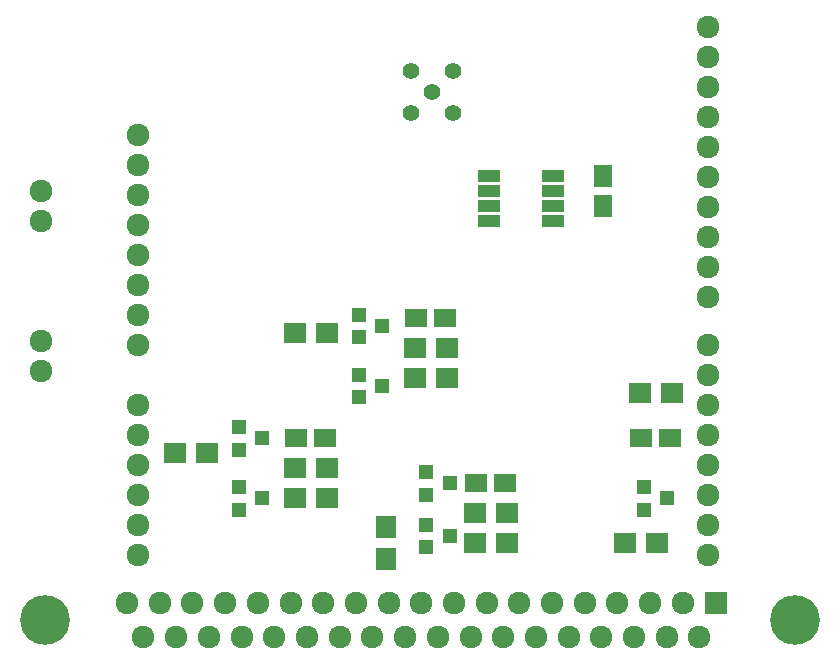
<source format=gbr>
G04 #@! TF.FileFunction,Soldermask,Top*
%FSLAX46Y46*%
G04 Gerber Fmt 4.6, Leading zero omitted, Abs format (unit mm)*
G04 Created by KiCad (PCBNEW 4.0.7) date 10/28/17 15:39:51*
%MOMM*%
%LPD*%
G01*
G04 APERTURE LIST*
%ADD10C,0.100000*%
%ADD11R,1.650000X1.900000*%
%ADD12R,1.900000X1.650000*%
%ADD13R,1.920000X1.920000*%
%ADD14C,1.920000*%
%ADD15C,4.210000*%
%ADD16R,1.900000X1.700000*%
%ADD17R,1.700000X1.900000*%
%ADD18C,1.924000*%
%ADD19R,1.950000X1.000000*%
%ADD20C,1.400000*%
%ADD21R,1.300000X1.200000*%
G04 APERTURE END LIST*
D10*
D11*
X192405000Y-93325000D03*
X192405000Y-90825000D03*
D12*
X184130000Y-116840000D03*
X181630000Y-116840000D03*
X176550000Y-102870000D03*
X179050000Y-102870000D03*
X166390000Y-113030000D03*
X168890000Y-113030000D03*
X198100000Y-113030000D03*
X195600000Y-113030000D03*
D13*
X201930000Y-127000000D03*
D14*
X199160000Y-127000000D03*
X196390000Y-127000000D03*
X193620000Y-127000000D03*
X190860000Y-127000000D03*
X188090000Y-127000000D03*
X185320000Y-127000000D03*
X182550000Y-127000000D03*
X179780000Y-127000000D03*
D15*
X208640000Y-128420000D03*
X145140000Y-128420000D03*
D14*
X177010000Y-127000000D03*
X174240000Y-127000000D03*
X171480000Y-127000000D03*
X168710000Y-127000000D03*
X165940000Y-127000000D03*
X163170000Y-127000000D03*
X160400000Y-127000000D03*
X157630000Y-127000000D03*
X154860000Y-127000000D03*
X152100000Y-127000000D03*
X200560000Y-129840000D03*
X197790000Y-129840000D03*
X195020000Y-129840000D03*
X192250000Y-129840000D03*
X189480000Y-129840000D03*
X186720000Y-129840000D03*
X183950000Y-129840000D03*
X181180000Y-129840000D03*
X178410000Y-129840000D03*
X175640000Y-129840000D03*
X172870000Y-129840000D03*
X170100000Y-129840000D03*
X167340000Y-129840000D03*
X164570000Y-129840000D03*
X161800000Y-129840000D03*
X159030000Y-129840000D03*
X156260000Y-129840000D03*
X153490000Y-129840000D03*
D16*
X181530000Y-119380000D03*
X184230000Y-119380000D03*
X181530000Y-121920000D03*
X184230000Y-121920000D03*
D17*
X173990000Y-123270000D03*
X173990000Y-120570000D03*
D16*
X176450000Y-107950000D03*
X179150000Y-107950000D03*
X176450000Y-105410000D03*
X179150000Y-105410000D03*
X166290000Y-104140000D03*
X168990000Y-104140000D03*
X166290000Y-118110000D03*
X168990000Y-118110000D03*
X166290000Y-115570000D03*
X168990000Y-115570000D03*
X156130000Y-114300000D03*
X158830000Y-114300000D03*
X194230000Y-121920000D03*
X196930000Y-121920000D03*
X198200000Y-109220000D03*
X195500000Y-109220000D03*
D18*
X153042000Y-87335000D03*
X153042000Y-89875000D03*
X153042000Y-92415000D03*
X153042000Y-94955000D03*
X153042000Y-97495000D03*
X153042000Y-100035000D03*
X153042000Y-102575000D03*
X153042000Y-105115000D03*
X153042000Y-110195000D03*
X201302000Y-105115000D03*
X153042000Y-112735000D03*
X153042000Y-115275000D03*
X153042000Y-117815000D03*
X153042000Y-120355000D03*
X153042000Y-122895000D03*
X201302000Y-78195000D03*
X201302000Y-80735000D03*
X201302000Y-83275000D03*
X201302000Y-85815000D03*
X201302000Y-88355000D03*
X201302000Y-90895000D03*
X201302000Y-93435000D03*
X201302000Y-95975000D03*
X201302000Y-98515000D03*
X201302000Y-101055000D03*
X201302000Y-107655000D03*
X201302000Y-110195000D03*
X201302000Y-112735000D03*
X201302000Y-115275000D03*
X201302000Y-117815000D03*
X201302000Y-120355000D03*
X201302000Y-122895000D03*
D19*
X188120000Y-94615000D03*
X188120000Y-93345000D03*
X188120000Y-92075000D03*
X188120000Y-90805000D03*
X182720000Y-90805000D03*
X182720000Y-92075000D03*
X182720000Y-93345000D03*
X182720000Y-94615000D03*
D20*
X179705000Y-81915000D03*
X176165000Y-81915000D03*
X179705000Y-85455000D03*
X176165000Y-85455000D03*
X177935000Y-83685000D03*
D21*
X177435000Y-120335000D03*
X177435000Y-122235000D03*
X179435000Y-121285000D03*
X171720000Y-107635000D03*
X171720000Y-109535000D03*
X173720000Y-108585000D03*
X161560000Y-112080000D03*
X161560000Y-113980000D03*
X163560000Y-113030000D03*
X177435000Y-115890000D03*
X177435000Y-117790000D03*
X179435000Y-116840000D03*
X171720000Y-102555000D03*
X171720000Y-104455000D03*
X173720000Y-103505000D03*
X161560000Y-117160000D03*
X161560000Y-119060000D03*
X163560000Y-118110000D03*
D18*
X144780000Y-107315000D03*
X144780000Y-104775000D03*
X144780000Y-94615000D03*
X144780000Y-92075000D03*
D21*
X195850000Y-117160000D03*
X195850000Y-119060000D03*
X197850000Y-118110000D03*
M02*

</source>
